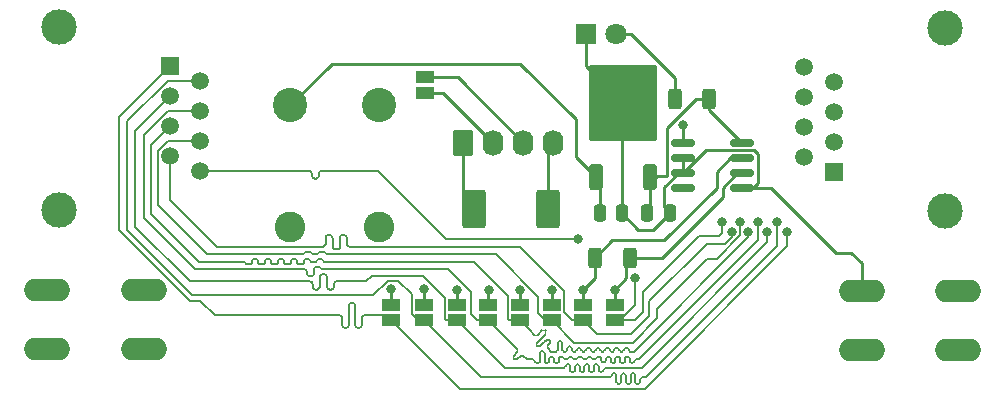
<source format=gtl>
G04 #@! TF.GenerationSoftware,KiCad,Pcbnew,8.0.0*
G04 #@! TF.CreationDate,2024-08-30T12:49:36-05:00*
G04 #@! TF.ProjectId,led_segment,6c65645f-7365-4676-9d65-6e742e6b6963,rev?*
G04 #@! TF.SameCoordinates,Original*
G04 #@! TF.FileFunction,Copper,L1,Top*
G04 #@! TF.FilePolarity,Positive*
%FSLAX46Y46*%
G04 Gerber Fmt 4.6, Leading zero omitted, Abs format (unit mm)*
G04 Created by KiCad (PCBNEW 8.0.0) date 2024-08-30 12:49:36*
%MOMM*%
%LPD*%
G01*
G04 APERTURE LIST*
G04 Aperture macros list*
%AMRoundRect*
0 Rectangle with rounded corners*
0 $1 Rounding radius*
0 $2 $3 $4 $5 $6 $7 $8 $9 X,Y pos of 4 corners*
0 Add a 4 corners polygon primitive as box body*
4,1,4,$2,$3,$4,$5,$6,$7,$8,$9,$2,$3,0*
0 Add four circle primitives for the rounded corners*
1,1,$1+$1,$2,$3*
1,1,$1+$1,$4,$5*
1,1,$1+$1,$6,$7*
1,1,$1+$1,$8,$9*
0 Add four rect primitives between the rounded corners*
20,1,$1+$1,$2,$3,$4,$5,0*
20,1,$1+$1,$4,$5,$6,$7,0*
20,1,$1+$1,$6,$7,$8,$9,0*
20,1,$1+$1,$8,$9,$2,$3,0*%
G04 Aperture macros list end*
G04 #@! TA.AperFunction,SMDPad,CuDef*
%ADD10RoundRect,0.250000X0.312500X0.625000X-0.312500X0.625000X-0.312500X-0.625000X0.312500X-0.625000X0*%
G04 #@! TD*
G04 #@! TA.AperFunction,ComponentPad*
%ADD11R,1.800000X1.800000*%
G04 #@! TD*
G04 #@! TA.AperFunction,ComponentPad*
%ADD12C,1.800000*%
G04 #@! TD*
G04 #@! TA.AperFunction,SMDPad,CuDef*
%ADD13RoundRect,0.250000X-0.312500X-0.625000X0.312500X-0.625000X0.312500X0.625000X-0.312500X0.625000X0*%
G04 #@! TD*
G04 #@! TA.AperFunction,SMDPad,CuDef*
%ADD14R,1.500000X1.000000*%
G04 #@! TD*
G04 #@! TA.AperFunction,ComponentPad*
%ADD15C,2.600000*%
G04 #@! TD*
G04 #@! TA.AperFunction,ComponentPad*
%ADD16C,2.900000*%
G04 #@! TD*
G04 #@! TA.AperFunction,ComponentPad*
%ADD17O,3.860800X1.930400*%
G04 #@! TD*
G04 #@! TA.AperFunction,ComponentPad*
%ADD18R,1.500000X1.500000*%
G04 #@! TD*
G04 #@! TA.AperFunction,ComponentPad*
%ADD19C,1.500000*%
G04 #@! TD*
G04 #@! TA.AperFunction,ComponentPad*
%ADD20C,3.000000*%
G04 #@! TD*
G04 #@! TA.AperFunction,SMDPad,CuDef*
%ADD21RoundRect,0.250000X-0.250000X-0.475000X0.250000X-0.475000X0.250000X0.475000X-0.250000X0.475000X0*%
G04 #@! TD*
G04 #@! TA.AperFunction,SMDPad,CuDef*
%ADD22RoundRect,0.150000X-0.825000X-0.150000X0.825000X-0.150000X0.825000X0.150000X-0.825000X0.150000X0*%
G04 #@! TD*
G04 #@! TA.AperFunction,SMDPad,CuDef*
%ADD23RoundRect,0.250000X0.750000X1.400000X-0.750000X1.400000X-0.750000X-1.400000X0.750000X-1.400000X0*%
G04 #@! TD*
G04 #@! TA.AperFunction,SMDPad,CuDef*
%ADD24RoundRect,0.250000X0.350000X-0.850000X0.350000X0.850000X-0.350000X0.850000X-0.350000X-0.850000X0*%
G04 #@! TD*
G04 #@! TA.AperFunction,SMDPad,CuDef*
%ADD25RoundRect,0.250000X1.125000X-1.275000X1.125000X1.275000X-1.125000X1.275000X-1.125000X-1.275000X0*%
G04 #@! TD*
G04 #@! TA.AperFunction,SMDPad,CuDef*
%ADD26RoundRect,0.249997X2.650003X-2.950003X2.650003X2.950003X-2.650003X2.950003X-2.650003X-2.950003X0*%
G04 #@! TD*
G04 #@! TA.AperFunction,ComponentPad*
%ADD27RoundRect,0.250000X-0.620000X-0.845000X0.620000X-0.845000X0.620000X0.845000X-0.620000X0.845000X0*%
G04 #@! TD*
G04 #@! TA.AperFunction,ComponentPad*
%ADD28O,1.740000X2.190000*%
G04 #@! TD*
G04 #@! TA.AperFunction,ViaPad*
%ADD29C,0.800000*%
G04 #@! TD*
G04 #@! TA.AperFunction,Conductor*
%ADD30C,0.250000*%
G04 #@! TD*
G04 #@! TA.AperFunction,Conductor*
%ADD31C,0.200000*%
G04 #@! TD*
G04 APERTURE END LIST*
D10*
X204000000Y-128100000D03*
X201075000Y-128100000D03*
D11*
X193525000Y-122600000D03*
D12*
X196065000Y-122600000D03*
D13*
X194325000Y-141500000D03*
X197250000Y-141500000D03*
D14*
X177038000Y-146827000D03*
X177038000Y-145527000D03*
X187960000Y-146827000D03*
X187960000Y-145527000D03*
D15*
X176024000Y-138881000D03*
D16*
X176024000Y-128581000D03*
D15*
X168524000Y-138881000D03*
D16*
X168524000Y-128581000D03*
D17*
X156090000Y-149276000D03*
X147890000Y-149276000D03*
X156090000Y-144276000D03*
X147890000Y-144276000D03*
D14*
X179832000Y-146827000D03*
X179832000Y-145527000D03*
D18*
X214550000Y-134260000D03*
D19*
X212010000Y-132990000D03*
X214550000Y-131720000D03*
X212010000Y-130450000D03*
X214550000Y-129180000D03*
X212010000Y-127910000D03*
X214550000Y-126640000D03*
X212010000Y-125370000D03*
D20*
X223950000Y-137585000D03*
X223950000Y-122045000D03*
D21*
X194698000Y-137742000D03*
X196598000Y-137742000D03*
D22*
X201797000Y-131773000D03*
X201797000Y-133043000D03*
X201797000Y-134313000D03*
X201797000Y-135583000D03*
X206747000Y-135583000D03*
X206747000Y-134313000D03*
X206747000Y-133043000D03*
X206747000Y-131773000D03*
D21*
X198750000Y-137742000D03*
X200650000Y-137742000D03*
D23*
X184098000Y-137352000D03*
X190298000Y-137352000D03*
D17*
X216882000Y-144349984D03*
X225082000Y-144349984D03*
X216882000Y-149349984D03*
X225082000Y-149349984D03*
D14*
X193294000Y-146812000D03*
X193294000Y-145512000D03*
X182626000Y-146827000D03*
X182626000Y-145527000D03*
D24*
X194378000Y-134694000D03*
D25*
X195133000Y-130069000D03*
X198183000Y-130069000D03*
D26*
X196658000Y-128394000D03*
D25*
X195133000Y-126719000D03*
X198183000Y-126719000D03*
D24*
X198938000Y-134694000D03*
D14*
X179900000Y-126250000D03*
X179900000Y-127550000D03*
X195961000Y-146827000D03*
X195961000Y-145527000D03*
D18*
X158350000Y-125270000D03*
D19*
X160890000Y-126540000D03*
X158350000Y-127810000D03*
X160890000Y-129080000D03*
X158350000Y-130350000D03*
X160890000Y-131620000D03*
X158350000Y-132890000D03*
X160890000Y-134160000D03*
D20*
X148950000Y-121945000D03*
X148950000Y-137485000D03*
D27*
X183134000Y-131776500D03*
D28*
X185674000Y-131776500D03*
X188214000Y-131776500D03*
X190754000Y-131776500D03*
D14*
X190627000Y-146812000D03*
X190627000Y-145512000D03*
X185278000Y-146827000D03*
X185278000Y-145527000D03*
D29*
X210600000Y-139300000D03*
X209700000Y-138500000D03*
X208900000Y-139300000D03*
X208100000Y-138500000D03*
X207300000Y-139300000D03*
X206600000Y-138500000D03*
X201738000Y-130240000D03*
X205900000Y-139300000D03*
X197700000Y-143200000D03*
X192900000Y-139900000D03*
X205100000Y-138500000D03*
X187960000Y-144272000D03*
X193294000Y-144272000D03*
X182626000Y-144272000D03*
X177038000Y-144145000D03*
X190627000Y-144272000D03*
X195961000Y-144272000D03*
X185293000Y-144272000D03*
X179832000Y-144145000D03*
D30*
X200150062Y-137242062D02*
X200650000Y-137742000D01*
X200150062Y-135567030D02*
X200150062Y-137242062D01*
X201404092Y-134313000D02*
X200150062Y-135567030D01*
X201797000Y-134313000D02*
X201404092Y-134313000D01*
X208100000Y-135204999D02*
X207721999Y-135583000D01*
X207772908Y-132418000D02*
X208100000Y-132745092D01*
X208100000Y-132745092D02*
X208100000Y-135204999D01*
X201797000Y-134313000D02*
X203692000Y-132418000D01*
X203692000Y-132418000D02*
X207772908Y-132418000D01*
X207721999Y-135583000D02*
X206747000Y-135583000D01*
X204000000Y-128100000D02*
X204000000Y-129026000D01*
X204000000Y-129026000D02*
X206747000Y-131773000D01*
X202852695Y-128100000D02*
X200388802Y-130563893D01*
X200388802Y-130563893D02*
X200388802Y-133400000D01*
X204000000Y-128100000D02*
X202852695Y-128100000D01*
X200388802Y-134555710D02*
X200388802Y-133400000D01*
X199604290Y-134555710D02*
X200388802Y-134555710D01*
X199202000Y-134958000D02*
X199604290Y-134555710D01*
X198938000Y-134694000D02*
X199202000Y-134958000D01*
X201075000Y-126337208D02*
X201075000Y-128100000D01*
X196065000Y-122600000D02*
X197337792Y-122600000D01*
X197337792Y-122600000D02*
X201075000Y-126337208D01*
X183134000Y-131776500D02*
X183134000Y-136388000D01*
X183134000Y-136388000D02*
X184098000Y-137352000D01*
X190298000Y-137352000D02*
X190298000Y-132232500D01*
X209183000Y-135583000D02*
X206747000Y-135583000D01*
X216882000Y-141982000D02*
X216000000Y-141100000D01*
X216882000Y-144349984D02*
X216882000Y-141982000D01*
X216000000Y-141100000D02*
X214700000Y-141100000D01*
X214700000Y-141100000D02*
X209183000Y-135583000D01*
X193525000Y-125261000D02*
X196658000Y-128394000D01*
X193525000Y-122600000D02*
X193525000Y-125261000D01*
D31*
X177038000Y-146827000D02*
X176611000Y-146400000D01*
X174562632Y-146620000D02*
X174562632Y-147230000D01*
X160900000Y-145200000D02*
X160000000Y-145200000D01*
X173462632Y-146400000D02*
X173462632Y-147230000D01*
X154000000Y-139200000D02*
X154000000Y-129620000D01*
X174012632Y-146620000D02*
X174012632Y-145570000D01*
X154000000Y-129620000D02*
X158350000Y-125270000D01*
X162100000Y-146400000D02*
X160900000Y-145200000D01*
X173462632Y-145570000D02*
X173462632Y-146400000D01*
X172582632Y-146400000D02*
X171910969Y-146400000D01*
X176611000Y-146400000D02*
X174782632Y-146400000D01*
X171910969Y-146400000D02*
X162100000Y-146400000D01*
X174012632Y-147230000D02*
X174012632Y-146620000D01*
X172692632Y-146400000D02*
X172582632Y-146400000D01*
X173242632Y-147450000D02*
X173132632Y-147450000D01*
X160000000Y-145200000D02*
X154000000Y-139200000D01*
X173792632Y-145350000D02*
X173682632Y-145350000D01*
X172912632Y-147230000D02*
X172912632Y-146620000D01*
X174342632Y-147450000D02*
X174232632Y-147450000D01*
X174012632Y-145570000D02*
G75*
G03*
X173792632Y-145349968I-220032J0D01*
G01*
X173682632Y-145350000D02*
G75*
G03*
X173462600Y-145570000I-32J-220000D01*
G01*
X173462632Y-147230000D02*
G75*
G02*
X173242632Y-147450032I-220032J0D01*
G01*
X173132632Y-147450000D02*
G75*
G02*
X172912600Y-147230000I-32J220000D01*
G01*
X172912632Y-146620000D02*
G75*
G03*
X172692632Y-146399968I-220032J0D01*
G01*
X174562632Y-147230000D02*
G75*
G02*
X174342632Y-147450032I-220032J0D01*
G01*
X174782632Y-146400000D02*
G75*
G03*
X174562600Y-146620000I-32J-220000D01*
G01*
X174232632Y-147450000D02*
G75*
G02*
X174012600Y-147230000I-32J220000D01*
G01*
D30*
X194325000Y-141500000D02*
X194325000Y-143241000D01*
X205772001Y-133043000D02*
X206747000Y-133043000D01*
X204597000Y-134218001D02*
X205772001Y-133043000D01*
X204597000Y-135603000D02*
X204597000Y-134218001D01*
X200150000Y-140050000D02*
X204597000Y-135603000D01*
X195775000Y-140050000D02*
X200150000Y-140050000D01*
X194325000Y-141500000D02*
X195775000Y-140050000D01*
X193294000Y-144272000D02*
X194325000Y-143241000D01*
X206366092Y-134313000D02*
X206747000Y-134313000D01*
X205105000Y-136398000D02*
X205105000Y-135574092D01*
X205105000Y-135574092D02*
X206366092Y-134313000D01*
X200003000Y-141500000D02*
X205105000Y-136398000D01*
X197250000Y-141500000D02*
X200003000Y-141500000D01*
X196975000Y-141775000D02*
X197250000Y-141500000D01*
X195961000Y-144272000D02*
X196975000Y-143258000D01*
X196975000Y-143258000D02*
X196975000Y-141775000D01*
D31*
X197700000Y-145511000D02*
X196384000Y-146827000D01*
X196384000Y-146827000D02*
X195961000Y-146827000D01*
X197700000Y-143200000D02*
X197700000Y-145511000D01*
X210600000Y-139300000D02*
X210600000Y-140555000D01*
X182865000Y-152654000D02*
X177038000Y-146827000D01*
X176873000Y-146827000D02*
X177038000Y-146827000D01*
X210600000Y-140555000D02*
X198501000Y-152654000D01*
X198501000Y-152654000D02*
X182865000Y-152654000D01*
X195489579Y-151638000D02*
X195130749Y-151638000D01*
X196529579Y-151638000D02*
X196529579Y-152078000D01*
X196929579Y-152078000D02*
X196929579Y-151638000D01*
X196929579Y-151638000D02*
X196929579Y-151448000D01*
X198628000Y-151638000D02*
X198289579Y-151638000D01*
X197729579Y-152078000D02*
X197729579Y-151798000D01*
X196369579Y-152238000D02*
X196289579Y-152238000D01*
X178782000Y-144619000D02*
X178782000Y-146270000D01*
X195130749Y-151638000D02*
X184643000Y-151638000D01*
X209700000Y-140566000D02*
X198628000Y-151638000D01*
X196529579Y-151448000D02*
X196529579Y-151638000D01*
X160890000Y-126540000D02*
X158135075Y-126540000D01*
X198129579Y-151798000D02*
X198129579Y-152078000D01*
X158135075Y-126540000D02*
X154700000Y-129975075D01*
X154700000Y-129975075D02*
X154700000Y-139206000D01*
X195569579Y-151638000D02*
X195489579Y-151638000D01*
X160147000Y-144653000D02*
X175540050Y-144653000D01*
X184643000Y-151638000D02*
X179832000Y-146827000D01*
X209700000Y-138500000D02*
X209700000Y-140566000D01*
X197569579Y-151288000D02*
X197489579Y-151288000D01*
X175540050Y-144653000D02*
X176748050Y-143445000D01*
X195729579Y-151448000D02*
X195729579Y-151478000D01*
X176748050Y-143445000D02*
X177608000Y-143445000D01*
X197329579Y-151638000D02*
X197329579Y-152078000D01*
X179339000Y-146827000D02*
X179832000Y-146827000D01*
X196129579Y-151638000D02*
X196129579Y-151448000D01*
X154700000Y-139206000D02*
X160147000Y-144653000D01*
X177608000Y-143445000D02*
X178782000Y-144619000D01*
X196769579Y-151288000D02*
X196689579Y-151288000D01*
X196129579Y-152078000D02*
X196129579Y-151638000D01*
X197329579Y-151448000D02*
X197329579Y-151638000D01*
X197169579Y-152238000D02*
X197089579Y-152238000D01*
X178782000Y-146270000D02*
X179339000Y-146827000D01*
X197969579Y-152238000D02*
X197889579Y-152238000D01*
X195969579Y-151288000D02*
X195889579Y-151288000D01*
X197729579Y-151798000D02*
X197729579Y-151448000D01*
X196929579Y-151448000D02*
G75*
G03*
X196769579Y-151288021I-159979J0D01*
G01*
X196129579Y-151448000D02*
G75*
G03*
X195969579Y-151288021I-159979J0D01*
G01*
X197889579Y-152238000D02*
G75*
G02*
X197729600Y-152078000I21J160000D01*
G01*
X196289579Y-152238000D02*
G75*
G02*
X196129600Y-152078000I21J160000D01*
G01*
X198289579Y-151638000D02*
G75*
G03*
X198129600Y-151798000I21J-160000D01*
G01*
X197489579Y-151288000D02*
G75*
G03*
X197329600Y-151448000I21J-160000D01*
G01*
X196689579Y-151288000D02*
G75*
G03*
X196529600Y-151448000I21J-160000D01*
G01*
X198129579Y-152078000D02*
G75*
G02*
X197969579Y-152237979I-159979J0D01*
G01*
X197329579Y-152078000D02*
G75*
G02*
X197169579Y-152237979I-159979J0D01*
G01*
X195729579Y-151478000D02*
G75*
G02*
X195569579Y-151637979I-159979J0D01*
G01*
X197729579Y-151448000D02*
G75*
G03*
X197569579Y-151288021I-159979J0D01*
G01*
X195889579Y-151288000D02*
G75*
G03*
X195729600Y-151448000I21J-160000D01*
G01*
X197089579Y-152238000D02*
G75*
G02*
X196929600Y-152078000I21J160000D01*
G01*
X196529579Y-152078000D02*
G75*
G02*
X196369579Y-152237979I-159979J0D01*
G01*
X171605192Y-143970000D02*
X171605192Y-143750000D01*
X170165192Y-143510000D02*
X170045192Y-143510000D01*
X193418610Y-150686000D02*
X193418610Y-150876000D01*
X170405192Y-143970000D02*
X170405192Y-143750000D01*
X192458610Y-151226000D02*
X192378610Y-151226000D01*
X181576000Y-146727000D02*
X181576000Y-144899050D01*
X193418610Y-150876000D02*
X193418610Y-151066000D01*
X191349725Y-150876000D02*
X186675000Y-150876000D01*
X169286361Y-143510000D02*
X160020000Y-143510000D01*
X193818610Y-150876000D02*
X193818610Y-150686000D01*
X171005192Y-143510000D02*
X171005192Y-143970000D01*
X194858610Y-151226000D02*
X194778610Y-151226000D01*
X175413314Y-143045000D02*
X174948314Y-143510000D01*
X182626000Y-146827000D02*
X181676000Y-146827000D01*
X191578610Y-150876000D02*
X191349725Y-150876000D01*
X155400000Y-138890000D02*
X155400000Y-130760000D01*
X191818610Y-150686000D02*
X191818610Y-150716000D01*
X171965192Y-144210000D02*
X171845192Y-144210000D01*
X192618610Y-150686000D02*
X192618610Y-150876000D01*
X170765192Y-144210000D02*
X170645192Y-144210000D01*
X195018610Y-151036000D02*
X195018610Y-151066000D01*
X192058610Y-150526000D02*
X191978610Y-150526000D01*
X192618610Y-150876000D02*
X192618610Y-151066000D01*
X191658610Y-150876000D02*
X191578610Y-150876000D01*
X172205192Y-143750000D02*
X172205192Y-143970000D01*
X208900000Y-140223000D02*
X198247000Y-150876000D01*
X179721950Y-143045000D02*
X175413314Y-143045000D01*
X194218610Y-150876000D02*
X194218610Y-151066000D01*
X155400000Y-130760000D02*
X158350000Y-127810000D01*
X193818610Y-151066000D02*
X193818610Y-150876000D01*
X194458610Y-150526000D02*
X194378610Y-150526000D01*
X171605192Y-143750000D02*
X171605192Y-143150000D01*
X194218610Y-150686000D02*
X194218610Y-150876000D01*
X170045192Y-143510000D02*
X169286361Y-143510000D01*
X171005192Y-143150000D02*
X171005192Y-143510000D01*
X194618610Y-151066000D02*
X194618610Y-151036000D01*
X193258610Y-151226000D02*
X193178610Y-151226000D01*
X181576000Y-144899050D02*
X179721950Y-143045000D01*
X192218610Y-151066000D02*
X192218610Y-150876000D01*
X174948314Y-143510000D02*
X172445192Y-143510000D01*
X194058610Y-151226000D02*
X193978610Y-151226000D01*
X171365192Y-142910000D02*
X171245192Y-142910000D01*
X160020000Y-143510000D02*
X155400000Y-138890000D01*
X193018610Y-150876000D02*
X193018610Y-150686000D01*
X192218610Y-150876000D02*
X192218610Y-150686000D01*
X194618610Y-151036000D02*
X194618610Y-150686000D01*
X181676000Y-146827000D02*
X181576000Y-146727000D01*
X193018610Y-151066000D02*
X193018610Y-150876000D01*
X186675000Y-150876000D02*
X182626000Y-146827000D01*
X208900000Y-139300000D02*
X208900000Y-140223000D01*
X193658610Y-150526000D02*
X193578610Y-150526000D01*
X192858610Y-150526000D02*
X192778610Y-150526000D01*
X198247000Y-150876000D02*
X195178610Y-150876000D01*
X195018610Y-151066000D02*
G75*
G02*
X194858610Y-151226010I-160010J0D01*
G01*
X192218610Y-150686000D02*
G75*
G03*
X192058610Y-150525990I-160010J0D01*
G01*
X171005192Y-143970000D02*
G75*
G02*
X170765192Y-144209992I-239992J0D01*
G01*
X172205192Y-143970000D02*
G75*
G02*
X171965192Y-144209992I-239992J0D01*
G01*
X192778610Y-150526000D02*
G75*
G03*
X192618600Y-150686000I-10J-160000D01*
G01*
X194378610Y-150526000D02*
G75*
G03*
X194218600Y-150686000I-10J-160000D01*
G01*
X170645192Y-144210000D02*
G75*
G02*
X170405200Y-143970000I8J240000D01*
G01*
X191978610Y-150526000D02*
G75*
G03*
X191818600Y-150686000I-10J-160000D01*
G01*
X192618610Y-151066000D02*
G75*
G02*
X192458610Y-151226010I-160010J0D01*
G01*
X171605192Y-143150000D02*
G75*
G03*
X171365192Y-142910008I-239992J0D01*
G01*
X170405192Y-143750000D02*
G75*
G03*
X170165192Y-143510008I-239992J0D01*
G01*
X193818610Y-150686000D02*
G75*
G03*
X193658610Y-150525990I-160010J0D01*
G01*
X193018610Y-150686000D02*
G75*
G03*
X192858610Y-150525990I-160010J0D01*
G01*
X193418610Y-151066000D02*
G75*
G02*
X193258610Y-151226010I-160010J0D01*
G01*
X195178610Y-150876000D02*
G75*
G03*
X195018600Y-151036000I-10J-160000D01*
G01*
X191818610Y-150716000D02*
G75*
G02*
X191658610Y-150876010I-160010J0D01*
G01*
X171245192Y-142910000D02*
G75*
G03*
X171005200Y-143150000I8J-240000D01*
G01*
X194778610Y-151226000D02*
G75*
G02*
X194618600Y-151066000I-10J160000D01*
G01*
X192378610Y-151226000D02*
G75*
G02*
X192218600Y-151066000I-10J160000D01*
G01*
X193178610Y-151226000D02*
G75*
G02*
X193018600Y-151066000I-10J160000D01*
G01*
X193978610Y-151226000D02*
G75*
G02*
X193818600Y-151066000I-10J160000D01*
G01*
X171845192Y-144210000D02*
G75*
G02*
X171605200Y-143970000I8J240000D01*
G01*
X194218610Y-151066000D02*
G75*
G02*
X194058610Y-151226010I-160010J0D01*
G01*
X194618610Y-150686000D02*
G75*
G03*
X194458610Y-150525990I-160010J0D01*
G01*
X172445192Y-143510000D02*
G75*
G03*
X172205200Y-143750000I8J-240000D01*
G01*
X193578610Y-150526000D02*
G75*
G03*
X193418600Y-150686000I-10J-160000D01*
G01*
X158135075Y-129080000D02*
X160890000Y-129080000D01*
X195641255Y-150304000D02*
X195641255Y-150114000D01*
X193141255Y-149914000D02*
X192941255Y-149914000D01*
X196681255Y-150464000D02*
X196601255Y-150464000D01*
X193541255Y-150114000D02*
X193341255Y-150114000D01*
X189241255Y-150304000D02*
X189241255Y-150274000D01*
X195241255Y-150014000D02*
X195241255Y-150114000D01*
X192341255Y-149914000D02*
X192141255Y-149914000D01*
X189481255Y-150464000D02*
X189401255Y-150464000D01*
X194741255Y-149914000D02*
X194541255Y-149914000D01*
X196441255Y-150304000D02*
X196441255Y-150114000D01*
X208100000Y-140007000D02*
X197993000Y-150114000D01*
X190281255Y-150464000D02*
X190201255Y-150464000D01*
X191241255Y-150114000D02*
X191241255Y-150304000D01*
X208100000Y-138500000D02*
X208100000Y-140007000D01*
X181837950Y-142494000D02*
X171212126Y-142494000D01*
X196041255Y-150014000D02*
X196041255Y-150114000D01*
X189081255Y-150114000D02*
X189001255Y-150114000D01*
X190041255Y-150304000D02*
X190041255Y-150114000D01*
X195241255Y-150114000D02*
X195241255Y-150214000D01*
X192741255Y-150114000D02*
X192541255Y-150114000D01*
X170272126Y-143094000D02*
X170152126Y-143094000D01*
X195641255Y-150114000D02*
X195641255Y-150014000D01*
X195541255Y-149914000D02*
X195341255Y-149914000D01*
X191541255Y-149914000D02*
X191341255Y-149914000D01*
X188565000Y-150114000D02*
X188246802Y-149795802D01*
X160401000Y-142494000D02*
X156100000Y-138193000D01*
X194341255Y-150114000D02*
X194141255Y-150114000D01*
X188020526Y-149795801D02*
X187716471Y-150099857D01*
X190441255Y-150114000D02*
X190441255Y-150304000D01*
X170512126Y-142394000D02*
X170512126Y-142494000D01*
X187681116Y-149230116D02*
X187521869Y-149070869D01*
X183769000Y-144425050D02*
X181837950Y-142494000D01*
X187490195Y-150099856D02*
X187433626Y-150043287D01*
X190841255Y-150304000D02*
X190841255Y-150114000D01*
X197241255Y-150274000D02*
X197241255Y-150014000D01*
X187433626Y-149817013D02*
X187737682Y-149512958D01*
X197241255Y-150304000D02*
X197241255Y-150274000D01*
X156100000Y-138193000D02*
X156100000Y-131115075D01*
X194841255Y-150214000D02*
X194841255Y-150114000D01*
X190741255Y-149914000D02*
X190541255Y-149914000D01*
X169672126Y-142494000D02*
X169552126Y-142494000D01*
X196441255Y-150114000D02*
X196441255Y-150014000D01*
X190041255Y-150114000D02*
X190041255Y-149574000D01*
X197641255Y-150274000D02*
X197641255Y-150304000D01*
X197141255Y-149914000D02*
X196941255Y-149914000D01*
X183769000Y-146268000D02*
X183769000Y-144425050D01*
X184328000Y-146827000D02*
X183769000Y-146268000D01*
X171012126Y-142294000D02*
X170612126Y-142294000D01*
X189881255Y-149414000D02*
X189801255Y-149414000D01*
X193941255Y-149914000D02*
X193741255Y-149914000D01*
X170512126Y-142494000D02*
X170512126Y-142854000D01*
X185278000Y-146827000D02*
X184328000Y-146827000D01*
X169031789Y-142494000D02*
X160401000Y-142494000D01*
X187737681Y-149286682D02*
X187681116Y-149230116D01*
X196041255Y-150114000D02*
X196041255Y-150304000D01*
X196841255Y-150014000D02*
X196841255Y-150114000D01*
X191941255Y-150114000D02*
X191741255Y-150114000D01*
X191241255Y-150014000D02*
X191241255Y-150114000D01*
X190841255Y-150114000D02*
X190841255Y-150014000D01*
X191081255Y-150464000D02*
X191001255Y-150464000D01*
X189001255Y-150114000D02*
X188565000Y-150114000D01*
X169912126Y-142854000D02*
X169912126Y-142734000D01*
X189641255Y-150114000D02*
X189641255Y-150304000D01*
X194841255Y-150114000D02*
X194841255Y-150014000D01*
X195881255Y-150464000D02*
X195801255Y-150464000D01*
X196341255Y-149914000D02*
X196141255Y-149914000D01*
X156100000Y-131115075D02*
X158135075Y-129080000D01*
X169552126Y-142494000D02*
X169031789Y-142494000D01*
X197993000Y-150114000D02*
X197801255Y-150114000D01*
X187521869Y-149070869D02*
X185278000Y-146827000D01*
X190441255Y-150014000D02*
X190441255Y-150114000D01*
X189641255Y-149574000D02*
X189641255Y-150114000D01*
X197481255Y-150464000D02*
X197401255Y-150464000D01*
X196841255Y-150114000D02*
X196841255Y-150304000D01*
X195141255Y-150314000D02*
X194941255Y-150314000D01*
X197801255Y-150114000D02*
G75*
G03*
X197641300Y-150274000I45J-160000D01*
G01*
X193241255Y-150014000D02*
G75*
G03*
X193141255Y-149914045I-99955J0D01*
G01*
X192441255Y-150014000D02*
G75*
G03*
X192341255Y-149914045I-99955J0D01*
G01*
X190041255Y-149574000D02*
G75*
G03*
X189881255Y-149414045I-159955J0D01*
G01*
X170152126Y-143094000D02*
G75*
G02*
X169912100Y-142854000I-26J240000D01*
G01*
X196841255Y-150304000D02*
G75*
G02*
X196681255Y-150463955I-159955J0D01*
G01*
X195341255Y-149914000D02*
G75*
G03*
X195241300Y-150014000I45J-100000D01*
G01*
X193341255Y-150114000D02*
G75*
G02*
X193241300Y-150014000I45J100000D01*
G01*
X188246802Y-149795802D02*
G75*
G03*
X188020563Y-149795838I-113102J-113098D01*
G01*
X190541255Y-149914000D02*
G75*
G03*
X190441300Y-150014000I45J-100000D01*
G01*
X190841255Y-150014000D02*
G75*
G03*
X190741255Y-149914045I-99955J0D01*
G01*
X187737682Y-149512958D02*
G75*
G03*
X187737701Y-149286662I-113182J113158D01*
G01*
X190201255Y-150464000D02*
G75*
G02*
X190041300Y-150304000I45J160000D01*
G01*
X171112126Y-142394000D02*
G75*
G03*
X171012126Y-142293974I-100026J0D01*
G01*
X189801255Y-149414000D02*
G75*
G03*
X189641300Y-149574000I45J-160000D01*
G01*
X195801255Y-150464000D02*
G75*
G02*
X195641300Y-150304000I45J160000D01*
G01*
X192041255Y-150014000D02*
G75*
G02*
X191941255Y-150113955I-99955J0D01*
G01*
X194041255Y-150014000D02*
G75*
G03*
X193941255Y-149914045I-99955J0D01*
G01*
X194941255Y-150314000D02*
G75*
G02*
X194841300Y-150214000I45J100000D01*
G01*
X194441255Y-150014000D02*
G75*
G02*
X194341255Y-150113955I-99955J0D01*
G01*
X193641255Y-150014000D02*
G75*
G02*
X193541255Y-150113955I-99955J0D01*
G01*
X191001255Y-150464000D02*
G75*
G02*
X190841300Y-150304000I45J160000D01*
G01*
X192541255Y-150114000D02*
G75*
G02*
X192441300Y-150014000I45J100000D01*
G01*
X192841255Y-150014000D02*
G75*
G02*
X192741255Y-150113955I-99955J0D01*
G01*
X193741255Y-149914000D02*
G75*
G03*
X193641300Y-150014000I45J-100000D01*
G01*
X194841255Y-150014000D02*
G75*
G03*
X194741255Y-149914045I-99955J0D01*
G01*
X189241255Y-150274000D02*
G75*
G03*
X189081255Y-150114045I-159955J0D01*
G01*
X189401255Y-150464000D02*
G75*
G02*
X189241300Y-150304000I45J160000D01*
G01*
X187433626Y-150043287D02*
G75*
G02*
X187433676Y-149817063I113174J113087D01*
G01*
X197401255Y-150464000D02*
G75*
G02*
X197241300Y-150304000I45J160000D01*
G01*
X197641255Y-150304000D02*
G75*
G02*
X197481255Y-150463955I-159955J0D01*
G01*
X195241255Y-150214000D02*
G75*
G02*
X195141255Y-150313955I-99955J0D01*
G01*
X169912126Y-142734000D02*
G75*
G03*
X169672126Y-142493974I-240026J0D01*
G01*
X190441255Y-150304000D02*
G75*
G02*
X190281255Y-150463955I-159955J0D01*
G01*
X192941255Y-149914000D02*
G75*
G03*
X192841300Y-150014000I45J-100000D01*
G01*
X197241255Y-150014000D02*
G75*
G03*
X197141255Y-149914045I-99955J0D01*
G01*
X191341255Y-149914000D02*
G75*
G03*
X191241300Y-150014000I45J-100000D01*
G01*
X196441255Y-150014000D02*
G75*
G03*
X196341255Y-149914045I-99955J0D01*
G01*
X170512126Y-142854000D02*
G75*
G02*
X170272126Y-143094026I-240026J0D01*
G01*
X189641255Y-150304000D02*
G75*
G02*
X189481255Y-150463955I-159955J0D01*
G01*
X194141255Y-150114000D02*
G75*
G02*
X194041300Y-150014000I45J100000D01*
G01*
X191641255Y-150014000D02*
G75*
G03*
X191541255Y-149914045I-99955J0D01*
G01*
X196941255Y-149914000D02*
G75*
G03*
X196841300Y-150014000I45J-100000D01*
G01*
X191741255Y-150114000D02*
G75*
G02*
X191641300Y-150014000I45J100000D01*
G01*
X187716471Y-150099857D02*
G75*
G02*
X187490162Y-150099889I-113171J113157D01*
G01*
X196601255Y-150464000D02*
G75*
G02*
X196441300Y-150304000I45J160000D01*
G01*
X192141255Y-149914000D02*
G75*
G03*
X192041300Y-150014000I45J-100000D01*
G01*
X196141255Y-149914000D02*
G75*
G03*
X196041300Y-150014000I45J-100000D01*
G01*
X170612126Y-142294000D02*
G75*
G03*
X170512100Y-142394000I-26J-100000D01*
G01*
X191241255Y-150304000D02*
G75*
G02*
X191081255Y-150463955I-159955J0D01*
G01*
X194541255Y-149914000D02*
G75*
G03*
X194441300Y-150014000I45J-100000D01*
G01*
X171212126Y-142494000D02*
G75*
G02*
X171112100Y-142394000I-26J100000D01*
G01*
X196041255Y-150304000D02*
G75*
G02*
X195881255Y-150463955I-159955J0D01*
G01*
X195641255Y-150014000D02*
G75*
G03*
X195541255Y-149914045I-99955J0D01*
G01*
X168549646Y-141859000D02*
X168549646Y-141959000D01*
X189218995Y-148085994D02*
X189162427Y-148029427D01*
X170649646Y-141859000D02*
X170299646Y-141859000D01*
X189431128Y-149005235D02*
X189374559Y-148948666D01*
X167999646Y-141959000D02*
X167999646Y-141859000D01*
X189162427Y-148029427D02*
X188783101Y-147650101D01*
X194752009Y-149319000D02*
X194752009Y-149289000D01*
X163858870Y-141859000D02*
X160782000Y-141859000D01*
X207300000Y-139791000D02*
X197612000Y-149479000D01*
X169649646Y-141759000D02*
X169649646Y-141859000D01*
X190138235Y-147732442D02*
X190081666Y-147675873D01*
X160782000Y-141859000D02*
X156700000Y-137777000D01*
X168449646Y-142059000D02*
X168099646Y-142059000D01*
X196592009Y-149479000D02*
X196512009Y-149479000D01*
X192752009Y-149289000D02*
X192752009Y-149319000D01*
X166249646Y-142059000D02*
X165899646Y-142059000D01*
X169649646Y-141859000D02*
X169649646Y-141959000D01*
X166349646Y-141759000D02*
X166349646Y-141859000D01*
X196752009Y-149289000D02*
X196752009Y-149319000D01*
X192592009Y-149479000D02*
X192512009Y-149479000D01*
X167899646Y-141659000D02*
X167549646Y-141659000D01*
X189855392Y-147675873D02*
X189445270Y-148085994D01*
X195792009Y-149479000D02*
X195712009Y-149479000D01*
X167999646Y-141859000D02*
X167999646Y-141759000D01*
X190293802Y-148934527D02*
X190491791Y-148736537D01*
X190010958Y-148651682D02*
X189657402Y-149005235D01*
X190208948Y-148453693D02*
X190010958Y-148651682D01*
X190992009Y-149479000D02*
X190912009Y-149479000D01*
X192352009Y-149319000D02*
X192352009Y-149189000D01*
X167449646Y-141859000D02*
X167449646Y-141959000D01*
X191792009Y-149479000D02*
X191712009Y-149479000D01*
X171199646Y-141659000D02*
X170849646Y-141659000D01*
X195552009Y-149319000D02*
X195552009Y-149289000D01*
X165799646Y-141859000D02*
X165799646Y-141759000D01*
X193792009Y-149129000D02*
X193712009Y-149129000D01*
X191152009Y-148739000D02*
X191152009Y-149319000D01*
X184023000Y-141859000D02*
X171399646Y-141859000D01*
X194352009Y-149289000D02*
X194352009Y-149319000D01*
X156700000Y-137777000D02*
X156700000Y-132000000D01*
X167349646Y-142059000D02*
X166999646Y-142059000D01*
X187010000Y-146827000D02*
X186910000Y-146727000D01*
X193552009Y-149289000D02*
X193552009Y-149319000D01*
X191392009Y-148579000D02*
X191312009Y-148579000D01*
X170099646Y-141659000D02*
X169749646Y-141659000D01*
X194192009Y-149479000D02*
X194112009Y-149479000D01*
X193952009Y-149319000D02*
X193952009Y-149289000D01*
X207300000Y-139300000D02*
X207300000Y-139791000D01*
X193392009Y-149479000D02*
X193312009Y-149479000D01*
X193152009Y-149319000D02*
X193152009Y-149289000D01*
X197152009Y-149319000D02*
X197152009Y-149289000D01*
X189374559Y-148722392D02*
X189614976Y-148481976D01*
X166899646Y-141859000D02*
X166899646Y-141759000D01*
X195152009Y-149289000D02*
X195152009Y-149319000D01*
X196192009Y-149129000D02*
X196112009Y-149129000D01*
X187960000Y-146827000D02*
X187010000Y-146827000D01*
X186910000Y-146727000D02*
X186910000Y-144746000D01*
X164249646Y-141859000D02*
X163858870Y-141859000D01*
X169549646Y-142059000D02*
X169199646Y-142059000D01*
X166349646Y-141859000D02*
X166349646Y-141959000D01*
X168999646Y-141659000D02*
X168649646Y-141659000D01*
X165249646Y-141859000D02*
X165249646Y-141959000D01*
X165799646Y-141959000D02*
X165799646Y-141859000D01*
X191552009Y-149319000D02*
X191552009Y-148739000D01*
X188783101Y-147650101D02*
X187960000Y-146827000D01*
X168549646Y-141759000D02*
X168549646Y-141859000D01*
X195392009Y-149129000D02*
X195312009Y-149129000D01*
X186910000Y-144746000D02*
X184023000Y-141859000D01*
X192992009Y-149129000D02*
X192912009Y-149129000D01*
X169099646Y-141959000D02*
X169099646Y-141859000D01*
X167449646Y-141759000D02*
X167449646Y-141859000D01*
X191952009Y-149189000D02*
X191952009Y-149319000D01*
X196992009Y-149129000D02*
X196912009Y-149129000D01*
X190612000Y-149479000D02*
X190293802Y-149160802D01*
X196352009Y-149319000D02*
X196352009Y-149289000D01*
X190912009Y-149479000D02*
X190612000Y-149479000D01*
X165699646Y-141659000D02*
X165349646Y-141659000D01*
X197612000Y-149479000D02*
X197312009Y-149479000D01*
X164599646Y-141859000D02*
X164249646Y-141859000D01*
X156700000Y-132000000D02*
X158350000Y-130350000D01*
X166799646Y-141659000D02*
X166449646Y-141659000D01*
X195952009Y-149289000D02*
X195952009Y-149319000D01*
X165249646Y-141759000D02*
X165249646Y-141859000D01*
X194992009Y-149479000D02*
X194912009Y-149479000D01*
X192192009Y-149029000D02*
X192112009Y-149029000D01*
X166899646Y-141959000D02*
X166899646Y-141859000D01*
X194592009Y-149129000D02*
X194512009Y-149129000D01*
X169099646Y-141859000D02*
X169099646Y-141759000D01*
X165149646Y-142059000D02*
X164799646Y-142059000D01*
X189614976Y-148481976D02*
X190138235Y-147958716D01*
X190491791Y-148510262D02*
X190435222Y-148453693D01*
X194112009Y-149479000D02*
G75*
G02*
X193952000Y-149319000I-9J160000D01*
G01*
X169649646Y-141959000D02*
G75*
G02*
X169549646Y-142059046I-100046J0D01*
G01*
X168649646Y-141659000D02*
G75*
G03*
X168549600Y-141759000I-46J-100000D01*
G01*
X193152009Y-149289000D02*
G75*
G03*
X192992009Y-149128991I-160009J0D01*
G01*
X169749646Y-141659000D02*
G75*
G03*
X169649600Y-141759000I-46J-100000D01*
G01*
X196512009Y-149479000D02*
G75*
G02*
X196352000Y-149319000I-9J160000D01*
G01*
X189445270Y-148085994D02*
G75*
G02*
X189218995Y-148085994I-113138J113138D01*
G01*
X193952009Y-149289000D02*
G75*
G03*
X193792009Y-149128991I-160009J0D01*
G01*
X195152009Y-149319000D02*
G75*
G02*
X194992009Y-149479009I-160009J0D01*
G01*
X169199646Y-142059000D02*
G75*
G02*
X169099600Y-141959000I-46J100000D01*
G01*
X191712009Y-149479000D02*
G75*
G02*
X191552000Y-149319000I-9J160000D01*
G01*
X171399646Y-141859000D02*
G75*
G02*
X171299600Y-141759000I-46J100000D01*
G01*
X165799646Y-141759000D02*
G75*
G03*
X165699646Y-141658954I-100046J0D01*
G01*
X192752009Y-149319000D02*
G75*
G02*
X192592009Y-149479009I-160009J0D01*
G01*
X192352009Y-149189000D02*
G75*
G03*
X192192009Y-149028991I-160009J0D01*
G01*
X165349646Y-141659000D02*
G75*
G03*
X165249600Y-141759000I-46J-100000D01*
G01*
X196752009Y-149319000D02*
G75*
G02*
X196592009Y-149479009I-160009J0D01*
G01*
X191312009Y-148579000D02*
G75*
G03*
X191152000Y-148739000I-9J-160000D01*
G01*
X167999646Y-141759000D02*
G75*
G03*
X167899646Y-141658954I-100046J0D01*
G01*
X166449646Y-141659000D02*
G75*
G03*
X166349600Y-141759000I-46J-100000D01*
G01*
X195312009Y-149129000D02*
G75*
G03*
X195152000Y-149289000I-9J-160000D01*
G01*
X190081665Y-147675874D02*
G75*
G03*
X189855393Y-147675874I-113136J-113136D01*
G01*
X169099646Y-141759000D02*
G75*
G03*
X168999646Y-141658954I-100046J0D01*
G01*
X195952009Y-149319000D02*
G75*
G02*
X195792009Y-149479009I-160009J0D01*
G01*
X192512009Y-149479000D02*
G75*
G02*
X192352000Y-149319000I-9J160000D01*
G01*
X167549646Y-141659000D02*
G75*
G03*
X167449600Y-141759000I-46J-100000D01*
G01*
X197312009Y-149479000D02*
G75*
G02*
X197152000Y-149319000I-9J160000D01*
G01*
X191152009Y-149319000D02*
G75*
G02*
X190992009Y-149479009I-160009J0D01*
G01*
X196112009Y-149129000D02*
G75*
G03*
X195952000Y-149289000I-9J-160000D01*
G01*
X170849646Y-141659000D02*
G75*
G03*
X170749600Y-141759000I-46J-100000D01*
G01*
X166999646Y-142059000D02*
G75*
G02*
X166899600Y-141959000I-46J100000D01*
G01*
X166349646Y-141959000D02*
G75*
G02*
X166249646Y-142059046I-100046J0D01*
G01*
X165249646Y-141959000D02*
G75*
G02*
X165149646Y-142059046I-100046J0D01*
G01*
X194752009Y-149289000D02*
G75*
G03*
X194592009Y-149128991I-160009J0D01*
G01*
X170199646Y-141759000D02*
G75*
G03*
X170099646Y-141658954I-100046J0D01*
G01*
X165899646Y-142059000D02*
G75*
G02*
X165799600Y-141959000I-46J100000D01*
G01*
X192912009Y-149129000D02*
G75*
G03*
X192752000Y-149289000I-9J-160000D01*
G01*
X191552009Y-148739000D02*
G75*
G03*
X191392009Y-148578991I-160009J0D01*
G01*
X170749646Y-141759000D02*
G75*
G02*
X170649646Y-141859046I-100046J0D01*
G01*
X195552009Y-149289000D02*
G75*
G03*
X195392009Y-149128991I-160009J0D01*
G01*
X197152009Y-149289000D02*
G75*
G03*
X196992009Y-149128991I-160009J0D01*
G01*
X194512009Y-149129000D02*
G75*
G03*
X194352000Y-149289000I-9J-160000D01*
G01*
X168549646Y-141959000D02*
G75*
G02*
X168449646Y-142059046I-100046J0D01*
G01*
X190435221Y-148453694D02*
G75*
G03*
X190208949Y-148453694I-113136J-113136D01*
G01*
X194912009Y-149479000D02*
G75*
G02*
X194752000Y-149319000I-9J160000D01*
G01*
X192112009Y-149029000D02*
G75*
G03*
X191952000Y-149189000I-9J-160000D01*
G01*
X194352009Y-149319000D02*
G75*
G02*
X194192009Y-149479009I-160009J0D01*
G01*
X189374559Y-148948666D02*
G75*
G02*
X189374530Y-148722363I113141J113166D01*
G01*
X170299646Y-141859000D02*
G75*
G02*
X170199600Y-141759000I-46J100000D01*
G01*
X164699646Y-141959000D02*
G75*
G03*
X164599646Y-141858954I-100046J0D01*
G01*
X190138235Y-147958716D02*
G75*
G03*
X190138214Y-147732463I-113135J113116D01*
G01*
X195712009Y-149479000D02*
G75*
G02*
X195552000Y-149319000I-9J160000D01*
G01*
X171299646Y-141759000D02*
G75*
G03*
X171199646Y-141658954I-100046J0D01*
G01*
X191952009Y-149319000D02*
G75*
G02*
X191792009Y-149479009I-160009J0D01*
G01*
X193712009Y-149129000D02*
G75*
G03*
X193552000Y-149289000I-9J-160000D01*
G01*
X189657401Y-149005234D02*
G75*
G02*
X189431129Y-149005234I-113136J113136D01*
G01*
X193552009Y-149319000D02*
G75*
G02*
X193392009Y-149479009I-160009J0D01*
G01*
X164799646Y-142059000D02*
G75*
G02*
X164699600Y-141959000I-46J100000D01*
G01*
X196352009Y-149289000D02*
G75*
G03*
X196192009Y-149128991I-160009J0D01*
G01*
X190491791Y-148736537D02*
G75*
G03*
X190491790Y-148510263I-113091J113137D01*
G01*
X168099646Y-142059000D02*
G75*
G02*
X167999600Y-141959000I-46J100000D01*
G01*
X167449646Y-141959000D02*
G75*
G02*
X167349646Y-142059046I-100046J0D01*
G01*
X196912009Y-149129000D02*
G75*
G03*
X196752000Y-149289000I-9J-160000D01*
G01*
X193312009Y-149479000D02*
G75*
G02*
X193152000Y-149319000I-9J160000D01*
G01*
X190293802Y-149160802D02*
G75*
G02*
X190293838Y-148934563I113098J113102D01*
G01*
X166899646Y-141759000D02*
G75*
G03*
X166799646Y-141658954I-100046J0D01*
G01*
X161436000Y-141224000D02*
X157300000Y-137088000D01*
X157300000Y-132455075D02*
X158135075Y-131620000D01*
X171402059Y-141024000D02*
X171002059Y-141024000D01*
X190077000Y-146812000D02*
X189484000Y-146219000D01*
X190627000Y-146812000D02*
X192532000Y-148717000D01*
X206600000Y-139602000D02*
X206600000Y-138500000D01*
X185901950Y-141224000D02*
X171602059Y-141224000D01*
X169602059Y-141224000D02*
X169202059Y-141224000D01*
X204602000Y-141600000D02*
X206600000Y-139602000D01*
X157300000Y-137088000D02*
X157300000Y-132455075D01*
X169202059Y-141224000D02*
X169129238Y-141224000D01*
X170802059Y-141224000D02*
X170402059Y-141224000D01*
X169129238Y-141224000D02*
X161436000Y-141224000D01*
X189484000Y-146219000D02*
X189484000Y-144806050D01*
X199551000Y-146651000D02*
X199551000Y-145849000D01*
X197485000Y-148717000D02*
X199551000Y-146651000D01*
X190627000Y-146812000D02*
X190077000Y-146812000D01*
X189484000Y-144806050D02*
X185901950Y-141224000D01*
X158135075Y-131620000D02*
X160890000Y-131620000D01*
X192532000Y-148717000D02*
X197485000Y-148717000D01*
X203800000Y-141600000D02*
X204602000Y-141600000D01*
X199551000Y-145849000D02*
X203800000Y-141600000D01*
X170202059Y-141024000D02*
X169802059Y-141024000D01*
X171602059Y-141224000D02*
G75*
G02*
X171502100Y-141124000I41J100000D01*
G01*
X171502059Y-141124000D02*
G75*
G03*
X171402059Y-141024041I-99959J0D01*
G01*
X169802059Y-141024000D02*
G75*
G03*
X169702100Y-141124000I41J-100000D01*
G01*
X171002059Y-141024000D02*
G75*
G03*
X170902100Y-141124000I41J-100000D01*
G01*
X170402059Y-141224000D02*
G75*
G02*
X170302100Y-141124000I41J100000D01*
G01*
X170902059Y-141124000D02*
G75*
G02*
X170802059Y-141223959I-99959J0D01*
G01*
X169702059Y-141124000D02*
G75*
G02*
X169602059Y-141223959I-99959J0D01*
G01*
X170302059Y-141124000D02*
G75*
G03*
X170202059Y-141024041I-99959J0D01*
G01*
D30*
X200650000Y-137742000D02*
X199262000Y-139130000D01*
X197986000Y-139130000D02*
X196598000Y-137742000D01*
X196598000Y-137742000D02*
X196598000Y-131534000D01*
X201157000Y-133043000D02*
X201797000Y-133043000D01*
X196598000Y-131534000D02*
X195133000Y-130069000D01*
X199262000Y-139130000D02*
X197986000Y-139130000D01*
X201797000Y-133043000D02*
X201797000Y-134313000D01*
X179900000Y-126250000D02*
X182687500Y-126250000D01*
X201797000Y-130299000D02*
X201738000Y-130240000D01*
X182687500Y-126250000D02*
X188214000Y-131776500D01*
X201797000Y-131773000D02*
X201797000Y-130299000D01*
X190298000Y-132232500D02*
X190754000Y-131776500D01*
X198938000Y-137554000D02*
X198750000Y-137742000D01*
X198938000Y-134694000D02*
X198938000Y-137554000D01*
X194698000Y-137742000D02*
X194698000Y-135014000D01*
X192659000Y-129794000D02*
X187965000Y-125100000D01*
X194378000Y-134694000D02*
X192659000Y-132975000D01*
X194698000Y-135014000D02*
X194378000Y-134694000D01*
X187965000Y-125100000D02*
X172005000Y-125100000D01*
X192659000Y-132975000D02*
X192659000Y-129794000D01*
X172005000Y-125100000D02*
X168524000Y-128581000D01*
D31*
X197358000Y-147955000D02*
X198900000Y-146413000D01*
X172092456Y-140689000D02*
X172092456Y-140589000D01*
X172592456Y-140789000D02*
X172192456Y-140789000D01*
X158300000Y-132940000D02*
X158350000Y-132890000D01*
X171492456Y-139829000D02*
X171492456Y-140349000D01*
X194437000Y-147955000D02*
X197358000Y-147955000D01*
X162289000Y-140589000D02*
X158300000Y-136600000D01*
X187933950Y-140589000D02*
X173532456Y-140589000D01*
X198900000Y-145200000D02*
X203750000Y-140350000D01*
X198900000Y-146413000D02*
X198900000Y-145200000D01*
X172092456Y-140589000D02*
X172092456Y-139829000D01*
X193294000Y-146812000D02*
X194437000Y-147955000D01*
X170852236Y-140589000D02*
X162289000Y-140589000D01*
X203750000Y-140350000D02*
X205286314Y-140350000D01*
X191677000Y-146145000D02*
X191677000Y-144332050D01*
X193294000Y-146812000D02*
X192344000Y-146812000D01*
X172692456Y-140349000D02*
X172692456Y-140689000D01*
X173292456Y-140349000D02*
X173292456Y-139829000D01*
X205286314Y-140350000D02*
X205900000Y-139736314D01*
X171852456Y-139589000D02*
X171732456Y-139589000D01*
X171132456Y-140589000D02*
X170852236Y-140589000D01*
X171252456Y-140589000D02*
X171132456Y-140589000D01*
X205900000Y-139736314D02*
X205900000Y-139300000D01*
X173052456Y-139589000D02*
X172932456Y-139589000D01*
X158300000Y-136600000D02*
X158300000Y-132940000D01*
X172692456Y-139829000D02*
X172692456Y-140349000D01*
X192344000Y-146812000D02*
X191677000Y-146145000D01*
X191677000Y-144332050D02*
X187933950Y-140589000D01*
X173532456Y-140589000D02*
G75*
G02*
X173292500Y-140349000I44J240000D01*
G01*
X172192456Y-140789000D02*
G75*
G02*
X172092500Y-140689000I44J100000D01*
G01*
X171492456Y-140349000D02*
G75*
G02*
X171252456Y-140588956I-239956J0D01*
G01*
X171732456Y-139589000D02*
G75*
G03*
X171492500Y-139829000I44J-240000D01*
G01*
X172092456Y-139829000D02*
G75*
G03*
X171852456Y-139589044I-239956J0D01*
G01*
X173292456Y-139829000D02*
G75*
G03*
X173052456Y-139589044I-239956J0D01*
G01*
X172692456Y-140689000D02*
G75*
G02*
X172592456Y-140788956I-99956J0D01*
G01*
X172932456Y-139589000D02*
G75*
G03*
X172692500Y-139829000I44J-240000D01*
G01*
X169972252Y-134160000D02*
X169949136Y-134160000D01*
X204800000Y-139700000D02*
X205100000Y-139400000D01*
X170692252Y-134810000D02*
X170572252Y-134810000D01*
X195961000Y-146827000D02*
X197673000Y-146827000D01*
X198350000Y-146150000D02*
X198350000Y-144450000D01*
X197673000Y-146827000D02*
X198350000Y-146150000D01*
X205100000Y-139400000D02*
X205100000Y-138500000D01*
X198350000Y-144450000D02*
X203100000Y-139700000D01*
X170092252Y-134160000D02*
X169972252Y-134160000D01*
X169949136Y-134160000D02*
X160890000Y-134160000D01*
X170332252Y-134570000D02*
X170332252Y-134400000D01*
X170932252Y-134400000D02*
X170932252Y-134570000D01*
X192900000Y-139900000D02*
X181700000Y-139900000D01*
X175960000Y-134160000D02*
X171172252Y-134160000D01*
X181700000Y-139900000D02*
X175960000Y-134160000D01*
X203100000Y-139700000D02*
X204800000Y-139700000D01*
X170332252Y-134400000D02*
G75*
G03*
X170092252Y-134160048I-239952J0D01*
G01*
X170932252Y-134570000D02*
G75*
G02*
X170692252Y-134809952I-239952J0D01*
G01*
X171172252Y-134160000D02*
G75*
G03*
X170932300Y-134400000I48J-240000D01*
G01*
X170572252Y-134810000D02*
G75*
G02*
X170332300Y-134570000I48J240000D01*
G01*
D30*
X187960000Y-145527000D02*
X187960000Y-144272000D01*
X193294000Y-144272000D02*
X193294000Y-144526000D01*
X193294000Y-145512000D02*
X193294000Y-144272000D01*
X177038000Y-145527000D02*
X177038000Y-144145000D01*
X182626000Y-145527000D02*
X182626000Y-144272000D01*
X195961000Y-145527000D02*
X195961000Y-144272000D01*
X190627000Y-144272000D02*
X190627000Y-144399000D01*
X185278000Y-145527000D02*
X185278000Y-144287000D01*
X190627000Y-144653000D02*
X190627000Y-144272000D01*
X195961000Y-144272000D02*
X195961000Y-144399000D01*
X179832000Y-144145000D02*
X179832000Y-144272000D01*
X185278000Y-144287000D02*
X185293000Y-144272000D01*
X179832000Y-145527000D02*
X179832000Y-144145000D01*
X190627000Y-145512000D02*
X190627000Y-144653000D01*
X181447500Y-127550000D02*
X185674000Y-131776500D01*
X179900000Y-127550000D02*
X181447500Y-127550000D01*
M02*

</source>
